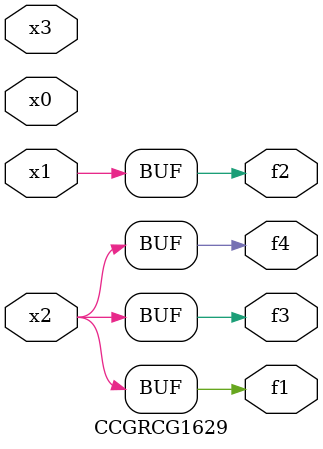
<source format=v>
module CCGRCG1629(
	input x0, x1, x2, x3,
	output f1, f2, f3, f4
);
	assign f1 = x2;
	assign f2 = x1;
	assign f3 = x2;
	assign f4 = x2;
endmodule

</source>
